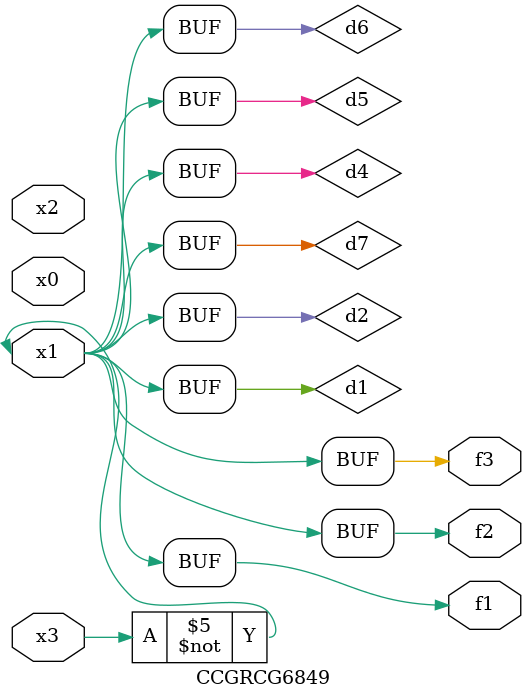
<source format=v>
module CCGRCG6849(
	input x0, x1, x2, x3,
	output f1, f2, f3
);

	wire d1, d2, d3, d4, d5, d6, d7;

	not (d1, x3);
	buf (d2, x1);
	xnor (d3, d1, d2);
	nor (d4, d1);
	buf (d5, d1, d2);
	buf (d6, d4, d5);
	nand (d7, d4);
	assign f1 = d6;
	assign f2 = d7;
	assign f3 = d6;
endmodule

</source>
